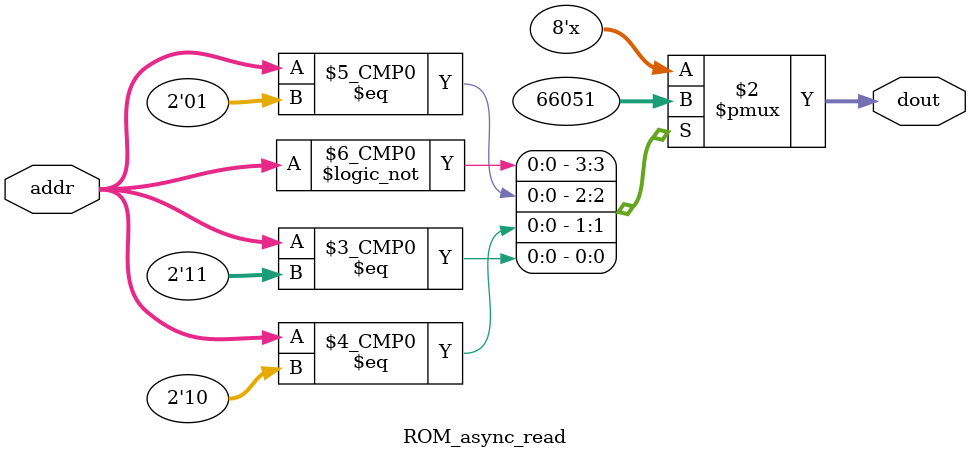
<source format=v>
module ROM_async_read (
	input [1:0]addr,
	output reg [7:0]dout
);

always @(addr) begin
	case(addr)
		2'b00 : dout = 8'd0;
		2'b01 : dout = 8'd1;
		2'b10 : dout = 8'd2;
		2'b11 : dout = 8'd3;
	endcase
end

endmodule 
</source>
